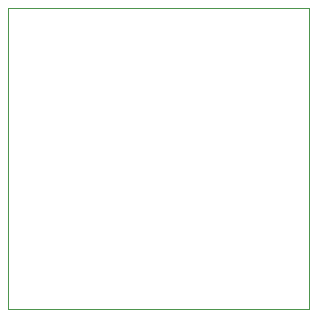
<source format=gbr>
G04 #@! TF.GenerationSoftware,KiCad,Pcbnew,(5.1.4)-1*
G04 #@! TF.CreationDate,2020-03-21T14:56:38-06:00*
G04 #@! TF.ProjectId,SonicAnemometerController,536f6e69-6341-46e6-956d-6f6d65746572,rev?*
G04 #@! TF.SameCoordinates,PX5bfb5d0PY5122438*
G04 #@! TF.FileFunction,Profile,NP*
%FSLAX46Y46*%
G04 Gerber Fmt 4.6, Leading zero omitted, Abs format (unit mm)*
G04 Created by KiCad (PCBNEW (5.1.4)-1) date 2020-03-21 14:56:38*
%MOMM*%
%LPD*%
G04 APERTURE LIST*
%ADD10C,0.100000*%
G04 APERTURE END LIST*
D10*
X25550000Y75000D02*
X50000Y75000D01*
X25550000Y25575000D02*
X25550000Y75000D01*
X50000Y25575000D02*
X25550000Y25575000D01*
X50000Y75000D02*
X50000Y25575000D01*
M02*

</source>
